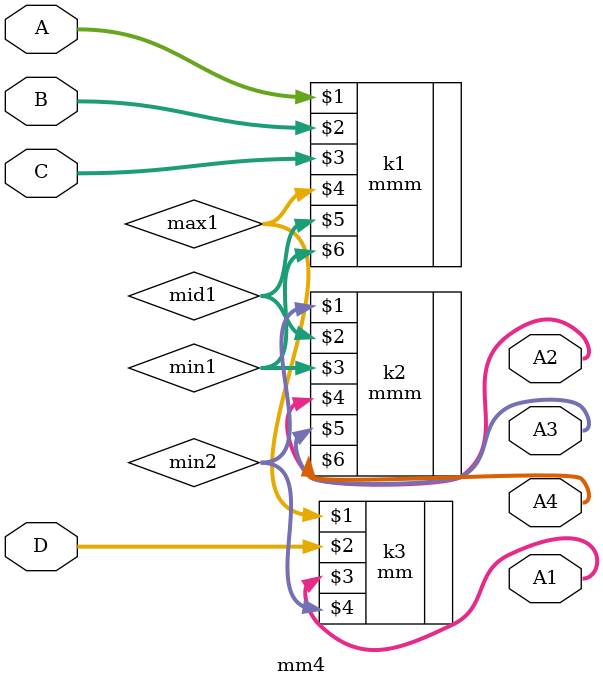
<source format=v>
module mm4(input [3:0] A,B,C,D,output [3:0] A1,A2,A3,A4);

wire [3:0] max1,mid1,min1,min2;

mmm k1(A,B,C,max1,mid1,min1);
mm k3(max1,D,A1,min2);
mmm k2(min2,mid1,min1,A2,A3,A4);

endmodule
</source>
